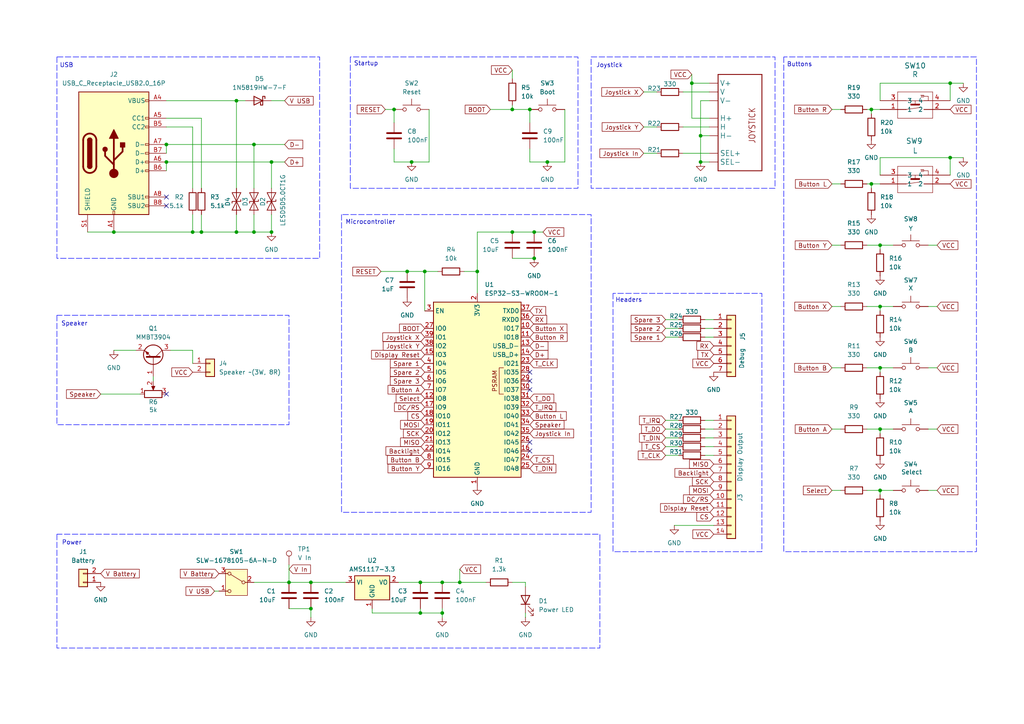
<source format=kicad_sch>
(kicad_sch (version 20250114) (generator "eeschema") (generator_version "9.0")
  (paper "A4")
  (text "Headers" (at 182.372 87.122 0) (effects (font (size 1.27 1.27))))
  (text "USB\n" (at 19.304 19.05 0) (effects (font (size 1.27 1.27))))
  (text "Microcontroller" (at 107.442 64.516 0) (effects (font (size 1.27 1.27))))
  (text "Power" (at 20.828 157.48 0) (effects (font (size 1.27 1.27))))
  (text "Startup" (at 106.172 18.542 0) (effects (font (size 1.27 1.27))))
  (text "Speaker\n" (at 21.59 93.98 0) (effects (font (size 1.27 1.27))))
  (text "Joystick\n" (at 176.784 19.05 0) (effects (font (size 1.27 1.27))))
  (text "Buttons" (at 231.902 18.796 0) (effects (font (size 1.27 1.27))))
  (junction (at 119.38 46.99))
  (junction (at 90.17 176.53))
  (junction (at 121.92 168.91))
  (junction (at 148.59 67.31))
  (junction (at 203.2 46.99))
  (junction (at 252.73 53.34))
  (junction (at 73.66 67.31))
  (junction (at 128.27 177.8))
  (junction (at 158.75 46.99))
  (junction (at 200.66 24.13))
  (junction (at 123.19 78.74))
  (junction (at 275.59 24.13))
  (junction (at 78.74 46.99))
  (junction (at 48.26 46.99))
  (junction (at 255.27 142.24))
  (junction (at 128.27 168.91))
  (junction (at 90.17 168.91))
  (junction (at 68.58 29.21))
  (junction (at 154.94 74.93))
  (junction (at 121.92 177.8))
  (junction (at 154.94 67.31))
  (junction (at 78.74 67.31))
  (junction (at 275.59 45.72))
  (junction (at 55.88 67.31))
  (junction (at 114.3 31.75))
  (junction (at 68.58 67.31))
  (junction (at 255.27 124.46))
  (junction (at 148.59 31.75))
  (junction (at 118.11 78.74))
  (junction (at 255.27 71.12))
  (junction (at 252.73 31.75))
  (junction (at 255.27 106.68))
  (junction (at 133.35 168.91))
  (junction (at 255.27 88.9))
  (junction (at 33.02 67.31))
  (junction (at 73.66 41.91))
  (junction (at 48.26 41.91))
  (junction (at 153.67 31.75))
  (junction (at 203.2 39.37))
  (junction (at 83.82 168.91))
  (junction (at 58.42 67.31))
  (junction (at 138.43 78.74))
  (no_connect (at 153.67 113.03))
  (no_connect (at 153.67 130.81))
  (no_connect (at 153.67 128.27))
  (no_connect (at 48.26 57.15))
  (no_connect (at 153.67 107.95))
  (no_connect (at 48.26 114.3))
  (no_connect (at 153.67 110.49))
  (no_connect (at 48.26 59.69))
  (wire (pts (xy 128.27 176.53) (xy 128.27 177.8)))
  (wire (pts (xy 271.78 106.68) (xy 269.24 106.68)))
  (wire (pts (xy 198.12 44.45) (xy 205.74 44.45)))
  (wire (pts (xy 48.26 46.99) (xy 48.26 49.53)))
  (wire (pts (xy 73.66 168.91) (xy 83.82 168.91)))
  (wire (pts (xy 198.12 26.67) (xy 205.74 26.67)))
  (wire (pts (xy 241.3 88.9) (xy 243.84 88.9)))
  (wire (pts (xy 114.3 43.18) (xy 114.3 46.99)))
  (wire (pts (xy 133.35 165.1) (xy 133.35 168.91)))
  (wire (pts (xy 251.46 106.68) (xy 255.27 106.68)))
  (wire (pts (xy 195.58 152.4) (xy 207.01 152.4)))
  (wire (pts (xy 152.4 168.91) (xy 152.4 170.18)))
  (wire (pts (xy 48.26 46.99) (xy 78.74 46.99)))
  (wire (pts (xy 241.3 106.68) (xy 243.84 106.68)))
  (wire (pts (xy 271.78 71.12) (xy 269.24 71.12)))
  (wire (pts (xy 204.47 97.79) (xy 207.01 97.79)))
  (wire (pts (xy 205.74 29.21) (xy 203.2 29.21)))
  (wire (pts (xy 29.21 114.3) (xy 40.64 114.3)))
  (wire (pts (xy 48.26 41.91) (xy 48.26 44.45)))
  (wire (pts (xy 252.73 54.61) (xy 252.73 53.34)))
  (wire (pts (xy 48.26 34.29) (xy 58.42 34.29)))
  (wire (pts (xy 68.58 29.21) (xy 71.12 29.21)))
  (wire (pts (xy 148.59 67.31) (xy 138.43 67.31)))
  (wire (pts (xy 33.02 67.31) (xy 55.88 67.31)))
  (wire (pts (xy 193.04 121.92) (xy 196.85 121.92)))
  (wire (pts (xy 251.46 71.12) (xy 255.27 71.12)))
  (wire (pts (xy 252.73 33.02) (xy 252.73 31.75)))
  (wire (pts (xy 271.78 88.9) (xy 269.24 88.9)))
  (wire (pts (xy 154.94 67.31) (xy 148.59 67.31)))
  (wire (pts (xy 203.2 39.37) (xy 203.2 46.99)))
  (wire (pts (xy 115.57 168.91) (xy 121.92 168.91)))
  (wire (pts (xy 204.47 121.92) (xy 207.01 121.92)))
  (wire (pts (xy 275.59 24.13) (xy 279.4 24.13)))
  (wire (pts (xy 251.46 124.46) (xy 255.27 124.46)))
  (wire (pts (xy 271.78 142.24) (xy 269.24 142.24)))
  (wire (pts (xy 55.88 101.6) (xy 55.88 105.41)))
  (wire (pts (xy 83.82 163.83) (xy 83.82 168.91)))
  (wire (pts (xy 251.46 88.9) (xy 255.27 88.9)))
  (wire (pts (xy 193.04 129.54) (xy 196.85 129.54)))
  (wire (pts (xy 205.74 39.37) (xy 203.2 39.37)))
  (wire (pts (xy 193.04 127) (xy 196.85 127)))
  (wire (pts (xy 62.23 171.45) (xy 63.5 171.45)))
  (wire (pts (xy 100.33 168.91) (xy 90.17 168.91)))
  (wire (pts (xy 124.46 46.99) (xy 124.46 31.75)))
  (wire (pts (xy 251.46 142.24) (xy 255.27 142.24)))
  (wire (pts (xy 68.58 67.31) (xy 73.66 67.31)))
  (wire (pts (xy 127 78.74) (xy 123.19 78.74)))
  (wire (pts (xy 275.59 45.72) (xy 255.27 45.72)))
  (wire (pts (xy 255.27 71.12) (xy 259.08 71.12)))
  (wire (pts (xy 68.58 62.23) (xy 68.58 67.31)))
  (wire (pts (xy 275.59 45.72) (xy 279.4 45.72)))
  (wire (pts (xy 73.66 67.31) (xy 73.66 62.23)))
  (wire (pts (xy 255.27 90.17) (xy 255.27 88.9)))
  (wire (pts (xy 58.42 67.31) (xy 55.88 67.31)))
  (wire (pts (xy 73.66 41.91) (xy 73.66 54.61)))
  (wire (pts (xy 204.47 92.71) (xy 207.01 92.71)))
  (wire (pts (xy 68.58 67.31) (xy 58.42 67.31)))
  (wire (pts (xy 114.3 35.56) (xy 114.3 31.75)))
  (wire (pts (xy 138.43 78.74) (xy 134.62 78.74)))
  (wire (pts (xy 193.04 95.25) (xy 196.85 95.25)))
  (wire (pts (xy 255.27 107.95) (xy 255.27 106.68)))
  (wire (pts (xy 78.74 46.99) (xy 78.74 54.61)))
  (wire (pts (xy 68.58 29.21) (xy 68.58 54.61)))
  (wire (pts (xy 48.26 29.21) (xy 68.58 29.21)))
  (wire (pts (xy 186.69 44.45) (xy 190.5 44.45)))
  (wire (pts (xy 186.69 36.83) (xy 190.5 36.83)))
  (wire (pts (xy 241.3 124.46) (xy 243.84 124.46)))
  (wire (pts (xy 148.59 74.93) (xy 154.94 74.93)))
  (wire (pts (xy 123.19 78.74) (xy 123.19 90.17)))
  (wire (pts (xy 204.47 132.08) (xy 207.01 132.08)))
  (wire (pts (xy 200.66 24.13) (xy 200.66 34.29)))
  (wire (pts (xy 252.73 31.75) (xy 255.27 31.75)))
  (wire (pts (xy 152.4 177.8) (xy 152.4 179.07)))
  (wire (pts (xy 205.74 34.29) (xy 200.66 34.29)))
  (wire (pts (xy 73.66 41.91) (xy 82.55 41.91)))
  (wire (pts (xy 39.37 101.6) (xy 33.02 101.6)))
  (wire (pts (xy 193.04 92.71) (xy 196.85 92.71)))
  (wire (pts (xy 251.46 53.34) (xy 252.73 53.34)))
  (wire (pts (xy 121.92 176.53) (xy 121.92 177.8)))
  (wire (pts (xy 193.04 97.79) (xy 196.85 97.79)))
  (wire (pts (xy 241.3 53.34) (xy 243.84 53.34)))
  (wire (pts (xy 49.53 101.6) (xy 55.88 101.6)))
  (wire (pts (xy 128.27 179.07) (xy 128.27 177.8)))
  (wire (pts (xy 114.3 46.99) (xy 119.38 46.99)))
  (wire (pts (xy 193.04 124.46) (xy 196.85 124.46)))
  (wire (pts (xy 163.83 46.99) (xy 163.83 31.75)))
  (wire (pts (xy 90.17 168.91) (xy 83.82 168.91)))
  (wire (pts (xy 142.24 31.75) (xy 148.59 31.75)))
  (wire (pts (xy 138.43 78.74) (xy 138.43 85.09)))
  (wire (pts (xy 193.04 132.08) (xy 196.85 132.08)))
  (wire (pts (xy 204.47 127) (xy 207.01 127)))
  (wire (pts (xy 255.27 45.72) (xy 255.27 50.8)))
  (wire (pts (xy 153.67 31.75) (xy 148.59 31.75)))
  (wire (pts (xy 255.27 24.13) (xy 255.27 29.21)))
  (wire (pts (xy 111.76 31.75) (xy 114.3 31.75)))
  (wire (pts (xy 255.27 143.51) (xy 255.27 142.24)))
  (wire (pts (xy 251.46 31.75) (xy 252.73 31.75)))
  (wire (pts (xy 204.47 95.25) (xy 207.01 95.25)))
  (wire (pts (xy 255.27 72.39) (xy 255.27 71.12)))
  (wire (pts (xy 157.48 67.31) (xy 154.94 67.31)))
  (wire (pts (xy 241.3 142.24) (xy 243.84 142.24)))
  (wire (pts (xy 241.3 71.12) (xy 243.84 71.12)))
  (wire (pts (xy 107.95 176.53) (xy 107.95 177.8)))
  (wire (pts (xy 121.92 168.91) (xy 128.27 168.91)))
  (wire (pts (xy 204.47 129.54) (xy 207.01 129.54)))
  (wire (pts (xy 255.27 124.46) (xy 259.08 124.46)))
  (wire (pts (xy 123.19 78.74) (xy 118.11 78.74)))
  (wire (pts (xy 158.75 46.99) (xy 163.83 46.99)))
  (wire (pts (xy 58.42 62.23) (xy 58.42 67.31)))
  (wire (pts (xy 252.73 53.34) (xy 255.27 53.34)))
  (wire (pts (xy 203.2 29.21) (xy 203.2 39.37)))
  (wire (pts (xy 255.27 88.9) (xy 259.08 88.9)))
  (wire (pts (xy 78.74 62.23) (xy 78.74 67.31)))
  (wire (pts (xy 255.27 125.73) (xy 255.27 124.46)))
  (wire (pts (xy 107.95 177.8) (xy 121.92 177.8)))
  (wire (pts (xy 203.2 46.99) (xy 205.74 46.99)))
  (wire (pts (xy 78.74 29.21) (xy 82.55 29.21)))
  (wire (pts (xy 110.49 78.74) (xy 118.11 78.74)))
  (wire (pts (xy 83.82 176.53) (xy 90.17 176.53)))
  (wire (pts (xy 204.47 124.46) (xy 207.01 124.46)))
  (wire (pts (xy 73.66 67.31) (xy 78.74 67.31)))
  (wire (pts (xy 58.42 34.29) (xy 58.42 54.61)))
  (wire (pts (xy 186.69 26.67) (xy 190.5 26.67)))
  (wire (pts (xy 200.66 24.13) (xy 205.74 24.13)))
  (wire (pts (xy 241.3 31.75) (xy 243.84 31.75)))
  (wire (pts (xy 153.67 35.56) (xy 153.67 31.75)))
  (wire (pts (xy 148.59 20.32) (xy 148.59 22.86)))
  (wire (pts (xy 138.43 67.31) (xy 138.43 78.74)))
  (wire (pts (xy 55.88 36.83) (xy 55.88 54.61)))
  (wire (pts (xy 48.26 36.83) (xy 55.88 36.83)))
  (wire (pts (xy 128.27 168.91) (xy 133.35 168.91)))
  (wire (pts (xy 133.35 168.91) (xy 140.97 168.91)))
  (wire (pts (xy 271.78 124.46) (xy 269.24 124.46)))
  (wire (pts (xy 275.59 24.13) (xy 255.27 24.13)))
  (wire (pts (xy 44.45 110.49) (xy 44.45 109.22)))
  (wire (pts (xy 200.66 21.59) (xy 200.66 24.13)))
  (wire (pts (xy 90.17 179.07) (xy 90.17 176.53)))
  (wire (pts (xy 119.38 46.99) (xy 124.46 46.99)))
  (wire (pts (xy 121.92 177.8) (xy 128.27 177.8)))
  (wire (pts (xy 198.12 36.83) (xy 205.74 36.83)))
  (wire (pts (xy 153.67 43.18) (xy 153.67 46.99)))
  (wire (pts (xy 148.59 31.75) (xy 148.59 30.48)))
  (wire (pts (xy 48.26 41.91) (xy 73.66 41.91)))
  (wire (pts (xy 55.88 62.23) (xy 55.88 67.31)))
  (wire (pts (xy 255.27 142.24) (xy 259.08 142.24)))
  (wire (pts (xy 275.59 29.21) (xy 275.59 24.13)))
  (wire (pts (xy 25.4 67.31) (xy 33.02 67.31)))
  (wire (pts (xy 255.27 106.68) (xy 259.08 106.68)))
  (wire (pts (xy 78.74 46.99) (xy 82.55 46.99)))
  (wire (pts (xy 275.59 50.8) (xy 275.59 45.72)))
  (wire (pts (xy 153.67 46.99) (xy 158.75 46.99)))
  (wire (pts (xy 148.59 168.91) (xy 152.4 168.91)))
  (global_label "Button X" (shape input) (at 153.67 95.25 0) (property "Intersheetrefs" "${INTERSHEET_REFS}" (effects (hide yes))))
  (global_label "Joystick Y" (shape input) (at 123.19 100.33 180) (property "Intersheetrefs" "${INTERSHEET_REFS}" (effects (hide yes))))
  (global_label "D-" (shape input) (at 153.67 100.33 0) (property "Intersheetrefs" "${INTERSHEET_REFS}" (effects (hide yes))))
  (global_label "T_CS" (shape input) (at 193.04 129.54 180) (property "Intersheetrefs" "${INTERSHEET_REFS}" (effects (hide yes))))
  (global_label "VCC" (shape input) (at 275.59 53.34 0) (property "Intersheetrefs" "${INTERSHEET_REFS}" (effects (hide yes))))
  (global_label "T_IRQ" (shape input) (at 153.67 118.11 0) (property "Intersheetrefs" "${INTERSHEET_REFS}" (effects (hide yes))))
  (global_label "T_DO" (shape input) (at 153.67 115.57 0) (property "Intersheetrefs" "${INTERSHEET_REFS}" (effects (hide yes))))
  (global_label "Button Y" (shape input) (at 123.19 135.89 180) (property "Intersheetrefs" "${INTERSHEET_REFS}" (effects (hide yes))))
  (global_label "Button Y" (shape input) (at 241.3 71.12 180) (property "Intersheetrefs" "${INTERSHEET_REFS}" (effects (hide yes))))
  (global_label "Button L" (shape input) (at 153.67 120.65 0) (property "Intersheetrefs" "${INTERSHEET_REFS}" (effects (hide yes))))
  (global_label "VCC" (shape input) (at 207.01 105.41 180) (property "Intersheetrefs" "${INTERSHEET_REFS}" (effects (hide yes))))
  (global_label "Spare 2" (shape input) (at 123.19 107.95 180) (property "Intersheetrefs" "${INTERSHEET_REFS}" (effects (hide yes))))
  (global_label "VCC" (shape input) (at 133.35 165.1 0) (property "Intersheetrefs" "${INTERSHEET_REFS}" (effects (hide yes))))
  (global_label "D-" (shape input) (at 82.55 41.91 0) (property "Intersheetrefs" "${INTERSHEET_REFS}" (effects (hide yes))))
  (global_label "Button R" (shape input) (at 241.3 31.75 180) (property "Intersheetrefs" "${INTERSHEET_REFS}" (effects (hide yes))))
  (global_label "D+" (shape input) (at 82.55 46.99 0) (property "Intersheetrefs" "${INTERSHEET_REFS}" (effects (hide yes))))
  (global_label "VCC" (shape input) (at 275.59 31.75 0) (property "Intersheetrefs" "${INTERSHEET_REFS}" (effects (hide yes))))
  (global_label "VCC" (shape input) (at 200.66 21.59 180) (property "Intersheetrefs" "${INTERSHEET_REFS}" (effects (hide yes))))
  (global_label "DC{slash}RS" (shape input) (at 123.19 118.11 180) (property "Intersheetrefs" "${INTERSHEET_REFS}" (effects (hide yes))))
  (global_label "Button B" (shape input) (at 241.3 106.68 180) (property "Intersheetrefs" "${INTERSHEET_REFS}" (effects (hide yes))))
  (global_label "RESET" (shape input) (at 111.76 31.75 180) (property "Intersheetrefs" "${INTERSHEET_REFS}" (effects (hide yes))))
  (global_label "VCC" (shape input) (at 271.78 88.9 0) (property "Intersheetrefs" "${INTERSHEET_REFS}" (effects (hide yes))))
  (global_label "VCC" (shape input) (at 271.78 106.68 0) (property "Intersheetrefs" "${INTERSHEET_REFS}" (effects (hide yes))))
  (global_label "Joystick In" (shape input) (at 153.67 125.73 0) (property "Intersheetrefs" "${INTERSHEET_REFS}" (effects (hide yes))))
  (global_label "Select" (shape input) (at 241.3 142.24 180) (property "Intersheetrefs" "${INTERSHEET_REFS}" (effects (hide yes))))
  (global_label "VCC" (shape input) (at 271.78 142.24 0) (property "Intersheetrefs" "${INTERSHEET_REFS}" (effects (hide yes))))
  (global_label "VCC" (shape input) (at 271.78 71.12 0) (property "Intersheetrefs" "${INTERSHEET_REFS}" (effects (hide yes))))
  (global_label "TX" (shape input) (at 153.67 90.17 0) (property "Intersheetrefs" "${INTERSHEET_REFS}" (effects (hide yes))))
  (global_label "Backlight" (shape input) (at 123.19 130.81 180) (property "Intersheetrefs" "${INTERSHEET_REFS}" (effects (hide yes))))
  (global_label "Button R" (shape input) (at 153.67 97.79 0) (property "Intersheetrefs" "${INTERSHEET_REFS}" (effects (hide yes))))
  (global_label "Display Reset" (shape input) (at 207.01 147.32 180) (property "Intersheetrefs" "${INTERSHEET_REFS}" (effects (hide yes))))
  (global_label "Button X" (shape input) (at 241.3 88.9 180) (property "Intersheetrefs" "${INTERSHEET_REFS}" (effects (hide yes))))
  (global_label "Joystick X" (shape input) (at 123.19 97.79 180) (property "Intersheetrefs" "${INTERSHEET_REFS}" (effects (hide yes))))
  (global_label "Joystick Y" (shape input) (at 186.69 36.83 180) (property "Intersheetrefs" "${INTERSHEET_REFS}" (effects (hide yes))))
  (global_label "T_CLK" (shape input) (at 153.67 105.41 0) (property "Intersheetrefs" "${INTERSHEET_REFS}" (effects (hide yes))))
  (global_label "Button B" (shape input) (at 123.19 133.35 180) (property "Intersheetrefs" "${INTERSHEET_REFS}" (effects (hide yes))))
  (global_label "V Battery" (shape input) (at 63.5 166.37 180) (property "Intersheetrefs" "${INTERSHEET_REFS}" (effects (hide yes))))
  (global_label "SCK" (shape input) (at 123.19 125.73 180) (property "Intersheetrefs" "${INTERSHEET_REFS}" (effects (hide yes))))
  (global_label "VCC" (shape input) (at 148.59 20.32 180) (property "Intersheetrefs" "${INTERSHEET_REFS}" (effects (hide yes))))
  (global_label "SCK" (shape input) (at 207.01 139.7 180) (property "Intersheetrefs" "${INTERSHEET_REFS}" (effects (hide yes))))
  (global_label "MISO" (shape input) (at 207.01 134.62 180) (property "Intersheetrefs" "${INTERSHEET_REFS}" (effects (hide yes))))
  (global_label "T_CS" (shape input) (at 153.67 133.35 0) (property "Intersheetrefs" "${INTERSHEET_REFS}" (effects (hide yes))))
  (global_label "VCC" (shape input) (at 55.88 107.95 180) (property "Intersheetrefs" "${INTERSHEET_REFS}" (effects (hide yes))))
  (global_label "T_DO" (shape input) (at 193.04 124.46 180) (property "Intersheetrefs" "${INTERSHEET_REFS}" (effects (hide yes))))
  (global_label "BOOT" (shape input) (at 142.24 31.75 180) (property "Intersheetrefs" "${INTERSHEET_REFS}" (effects (hide yes))))
  (global_label "Backlight" (shape input) (at 207.01 137.16 180) (property "Intersheetrefs" "${INTERSHEET_REFS}" (effects (hide yes))))
  (global_label "MISO" (shape input) (at 123.19 128.27 180) (property "Intersheetrefs" "${INTERSHEET_REFS}" (effects (hide yes))))
  (global_label "Speaker" (shape input) (at 29.21 114.3 180) (property "Intersheetrefs" "${INTERSHEET_REFS}" (effects (hide yes))))
  (global_label "T_IRQ" (shape input) (at 193.04 121.92 180) (property "Intersheetrefs" "${INTERSHEET_REFS}" (effects (hide yes))))
  (global_label "Joystick In" (shape input) (at 186.69 44.45 180) (property "Intersheetrefs" "${INTERSHEET_REFS}" (effects (hide yes))))
  (global_label "D+" (shape input) (at 153.67 102.87 0) (property "Intersheetrefs" "${INTERSHEET_REFS}" (effects (hide yes))))
  (global_label "RX" (shape input) (at 153.67 92.71 0) (property "Intersheetrefs" "${INTERSHEET_REFS}" (effects (hide yes))))
  (global_label "VCC" (shape input) (at 157.48 67.31 0) (property "Intersheetrefs" "${INTERSHEET_REFS}" (effects (hide yes))))
  (global_label "V USB" (shape input) (at 82.55 29.21 0) (property "Intersheetrefs" "${INTERSHEET_REFS}" (effects (hide yes))))
  (global_label "Select" (shape input) (at 123.19 115.57 180) (property "Intersheetrefs" "${INTERSHEET_REFS}" (effects (hide yes))))
  (global_label "CS" (shape input) (at 123.19 120.65 180) (property "Intersheetrefs" "${INTERSHEET_REFS}" (effects (hide yes))))
  (global_label "Spare 1" (shape input) (at 193.04 97.79 180) (property "Intersheetrefs" "${INTERSHEET_REFS}" (effects (hide yes))))
  (global_label "Spare 3" (shape input) (at 193.04 92.71 180) (property "Intersheetrefs" "${INTERSHEET_REFS}" (effects (hide yes))))
  (global_label "BOOT" (shape input) (at 123.19 95.25 180) (property "Intersheetrefs" "${INTERSHEET_REFS}" (effects (hide yes))))
  (global_label "Spare 1" (shape input) (at 123.19 105.41 180) (property "Intersheetrefs" "${INTERSHEET_REFS}" (effects (hide yes))))
  (global_label "CS" (shape input) (at 207.01 149.86 180) (property "Intersheetrefs" "${INTERSHEET_REFS}" (effects (hide yes))))
  (global_label "Button L" (shape input) (at 241.3 53.34 180) (property "Intersheetrefs" "${INTERSHEET_REFS}" (effects (hide yes))))
  (global_label "V Battery" (shape input) (at 29.21 166.37 0) (property "Intersheetrefs" "${INTERSHEET_REFS}" (effects (hide yes))))
  (global_label "V USB" (shape input) (at 62.23 171.45 180) (property "Intersheetrefs" "${INTERSHEET_REFS}" (effects (hide yes))))
  (global_label "VCC" (shape input) (at 207.01 154.94 180) (property "Intersheetrefs" "${INTERSHEET_REFS}" (effects (hide yes))))
  (global_label "Button A" (shape input) (at 123.19 113.03 180) (property "Intersheetrefs" "${INTERSHEET_REFS}" (effects (hide yes))))
  (global_label "Display Reset" (shape input) (at 123.19 102.87 180) (property "Intersheetrefs" "${INTERSHEET_REFS}" (effects (hide yes))))
  (global_label "T_CLK" (shape input) (at 193.04 132.08 180) (property "Intersheetrefs" "${INTERSHEET_REFS}" (effects (hide yes))))
  (global_label "Button A" (shape input) (at 241.3 124.46 180) (property "Intersheetrefs" "${INTERSHEET_REFS}" (effects (hide yes))))
  (global_label "Speaker" (shape input) (at 153.67 123.19 0) (property "Intersheetrefs" "${INTERSHEET_REFS}" (effects (hide yes))))
  (global_label "TX" (shape input) (at 207.01 102.87 180) (property "Intersheetrefs" "${INTERSHEET_REFS}" (effects (hide yes))))
  (global_label "T_DIN" (shape input) (at 193.04 127 180) (property "Intersheetrefs" "${INTERSHEET_REFS}" (effects (hide yes))))
  (global_label "DC{slash}RS" (shape input) (at 207.01 144.78 180) (property "Intersheetrefs" "${INTERSHEET_REFS}" (effects (hide yes))))
  (global_label "V In" (shape input) (at 83.82 165.1 0) (property "Intersheetrefs" "${INTERSHEET_REFS}" (effects (hide yes))))
  (global_label "RX" (shape input) (at 207.01 100.33 180) (property "Intersheetrefs" "${INTERSHEET_REFS}" (effects (hide yes))))
  (global_label "Spare 2" (shape input) (at 193.04 95.25 180) (property "Intersheetrefs" "${INTERSHEET_REFS}" (effects (hide yes))))
  (global_label "T_DIN" (shape input) (at 153.67 135.89 0) (property "Intersheetrefs" "${INTERSHEET_REFS}" (effects (hide yes))))
  (global_label "MOSI" (shape input) (at 123.19 123.19 180) (property "Intersheetrefs" "${INTERSHEET_REFS}" (effects (hide yes))))
  (global_label "RESET" (shape input) (at 110.49 78.74 180) (property "Intersheetrefs" "${INTERSHEET_REFS}" (effects (hide yes))))
  (global_label "MOSI" (shape input) (at 207.01 142.24 180) (property "Intersheetrefs" "${INTERSHEET_REFS}" (effects (hide yes))))
  (global_label "Spare 3" (shape input) (at 123.19 110.49 180) (property "Intersheetrefs" "${INTERSHEET_REFS}" (effects (hide yes))))
  (global_label "Joystick X" (shape input) (at 186.69 26.67 180) (property "Intersheetrefs" "${INTERSHEET_REFS}" (effects (hide yes))))
  (global_label "VCC" (shape input) (at 271.78 124.46 0) (property "Intersheetrefs" "${INTERSHEET_REFS}" (effects (hide yes))))
  (rule_area (polyline (pts (xy 227.33 16.51) (xy 227.33 160.02) (xy 283.21 160.02) (xy 283.21 16.51)) (stroke (width 0) (type dash) (color 0 0 255 1))))
  (rule_area (polyline (pts (xy 16.51 154.94) (xy 16.51 186.69) (xy 16.51 187.96) (xy 173.99 187.96) (xy 173.99 154.94)) (stroke (width 0) (type dash) (color 0 0 255 1))))
  (rule_area (polyline (pts (xy 16.51 91.44) (xy 16.51 123.19) (xy 83.82 123.19) (xy 83.82 91.44)) (stroke (width 0) (type dash) (color 0 0 255 1))))
  (rule_area (polyline (pts (xy 177.8 85.09) (xy 177.8 160.02) (xy 220.98 160.02) (xy 220.98 85.09)) (stroke (width 0) (type dash) (color 0 0 255 1))))
  (rule_area (polyline (pts (xy 99.06 62.23) (xy 99.06 148.59) (xy 171.45 148.59) (xy 171.45 62.23)) (stroke (width 0) (type dash) (color 0 0 255 1))))
  (rule_area (polyline (pts (xy 171.45 16.51) (xy 224.79 16.51) (xy 224.79 54.61) (xy 171.45 54.61)) (stroke (width 0) (type dash) (color 0 0 255 1))))
  (rule_area (polyline (pts (xy 101.6 16.51) (xy 101.6 54.61) (xy 167.64 54.61) (xy 167.64 16.51)) (stroke (width 0) (type dash) (color 0 0 255 1))))
  (rule_area (polyline (pts (xy 16.51 16.51) (xy 16.51 74.93) (xy 92.71 74.93) (xy 92.71 16.51)) (stroke (width 0) (type dash) (color 0 0 255 1))))
  (symbol (lib_id "Device:R") (at 58.42 58.42 0) (unit 1)
    (property "Reference" "R3" (at 60.96 57.1499 0) (effects (justify left)))
    (property "Value" "5.1k" (at 60.96 59.6899 0) (effects (justify left)))
    (property "Footprint" "Resistor_SMD:R_0603_1608Metric" (effects (hide yes)))
    (property "Description" "Resistor" (effects (hide yes)))
  )
  (symbol (lib_id "Device:R") (at 200.66 124.46 270) (mirror x) (unit 1)
    (property "Reference" "R28" (at 196.088 123.444 90))
    (property "Value" "330" (effects (hide yes)))
    (property "Footprint" "Resistor_SMD:R_0603_1608Metric" (effects (hide yes)))
    (property "Description" "Resistor" (effects (hide yes)))
  )
  (symbol (lib_id "power:GND") (at 90.17 179.07 0) (unit 1)
    (property "Reference" "#PWR01" (effects (hide yes)))
    (property "Value" "GND" (at 90.17 184.15 0))
    (property "Description" "Power symbol creates a global label with name \"GND\" , ground" (effects (hide yes)))
  )
  (symbol (lib_id "Switch:SW_Push") (at 264.16 71.12 0) (unit 1)
    (property "Reference" "SW8" (at 264.16 63.5 0))
    (property "Value" "Y" (at 264.16 66.294 0))
    (property "Footprint" "handheld:SW_B3F-1050_OMR" (effects (hide yes)))
    (property "Description" "Push button switch, generic, two pins" (effects (hide yes)))
  )
  (symbol (lib_id "Device:LED") (at 152.4 173.99 90) (unit 1)
    (property "Reference" "D1" (at 156.21 174.3074 90) (effects (justify right)))
    (property "Value" "Power LED" (at 156.21 176.8474 90) (effects (justify right)))
    (property "Footprint" "LED_SMD:LED_0603_1608Metric" (effects (hide yes)))
    (property "Datasheet" "https://jlcpcb.com/api/file/downloadByFileSystemAccessId/8588934870320500736" (effects (hide yes)))
    (property "Description" "Light emitting diode" (effects (hide yes)))
    (property "Sim.Pins" "1=K 2=A" (effects (hide yes)))
  )
  (symbol (lib_id "power:GND") (at 158.75 46.99 0) (unit 1)
    (property "Reference" "#PWR011" (effects (hide yes)))
    (property "Value" "GND" (at 158.75 52.07 0))
    (property "Description" "Power symbol creates a global label with name \"GND\" , ground" (effects (hide yes)))
  )
  (symbol (lib_id "power:GND") (at 154.94 74.93 0) (unit 1)
    (property "Reference" "#PWR05" (effects (hide yes)))
    (property "Value" "GND" (at 154.94 80.01 0))
    (property "Description" "Power symbol creates a global label with name \"GND\" , ground" (effects (hide yes)))
  )
  (symbol (lib_id "Device:C") (at 121.92 172.72 0) (mirror y) (unit 1)
    (property "Reference" "C3" (at 118.11 171.4499 0) (effects (justify left)))
    (property "Value" "10uF" (at 118.11 173.9899 0) (effects (justify left)))
    (property "Footprint" "Capacitor_SMD:C_0805_2012Metric" (effects (hide yes)))
    (property "Description" "Unpolarized capacitor" (effects (hide yes)))
  )
  (symbol (lib_id "Device:R") (at 144.78 168.91 90) (unit 1)
    (property "Reference" "R1" (at 144.78 162.56 90))
    (property "Value" "1.3k" (at 144.78 165.1 90))
    (property "Footprint" "Resistor_SMD:R_0603_1608Metric" (effects (hide yes)))
    (property "Description" "Resistor" (effects (hide yes)))
  )
  (symbol (lib_id "power:GND") (at 255.27 115.57 0) (unit 1)
    (property "Reference" "#PWR016" (effects (hide yes)))
    (property "Value" "GND" (at 255.27 120.65 0))
    (property "Description" "Power symbol creates a global label with name \"GND\" , ground" (effects (hide yes)))
  )
  (symbol (lib_id "Diode:1N5819") (at 74.93 29.21 0) (mirror y) (unit 1)
    (property "Reference" "D5" (at 75.2475 22.86 0))
    (property "Value" "1N5819HW-7-F" (at 75.2475 25.4 0))
    (property "Footprint" "Diode_SMD:D_SOD-123" (effects (hide yes)))
    (property "Datasheet" "https://jlcpcb.com/api/file/downloadByFileSystemAccessId/8560106692622254080" (effects (hide yes)))
    (property "Description" "40V 1A Schottky Barrier Rectifier Diode, DO-41" (effects (hide yes)))
  )
  (symbol (lib_id "Switch:SW_Push") (at 264.16 142.24 0) (unit 1)
    (property "Reference" "SW4" (at 264.16 134.62 0))
    (property "Value" "Select" (at 264.414 136.906 0))
    (property "Footprint" "handheld:SW_B3F-1050_OMR" (effects (hide yes)))
    (property "Description" "Push button switch, generic, two pins" (effects (hide yes)))
  )
  (symbol (lib_id "Device:C") (at 114.3 39.37 0) (unit 1)
    (property "Reference" "C8" (at 118.11 38.0999 0) (effects (justify left)))
    (property "Value" "100nF" (at 118.11 40.6399 0) (effects (justify left)))
    (property "Footprint" "Capacitor_SMD:C_0805_2012Metric" (effects (hide yes)))
    (property "Description" "Unpolarized capacitor" (effects (hide yes)))
  )
  (symbol (lib_id "Connector:TestPoint") (at 83.82 163.83 0) (unit 1)
    (property "Reference" "TP1" (at 86.36 159.2579 0) (effects (justify left)))
    (property "Value" "V In" (at 86.36 161.7979 0) (effects (justify left)))
    (property "Footprint" "handheld:Testpoint" (effects (hide yes)))
    (property "Description" "test point" (effects (hide yes)))
  )
  (symbol (lib_id "power:GND") (at 152.4 179.07 0) (unit 1)
    (property "Reference" "#PWR03" (effects (hide yes)))
    (property "Value" "GND" (at 152.4 184.15 0))
    (property "Description" "Power symbol creates a global label with name \"GND\" , ground" (effects (hide yes)))
  )
  (symbol (lib_id "Device:R") (at 247.65 88.9 270) (mirror x) (unit 1)
    (property "Reference" "R13" (at 247.65 82.55 90))
    (property "Value" "330" (at 247.65 85.09 90))
    (property "Footprint" "Resistor_SMD:R_0603_1608Metric" (effects (hide yes)))
    (property "Description" "Resistor" (effects (hide yes)))
  )
  (symbol (lib_id "Device:R_Potentiometer") (at 44.45 114.3 90) (unit 1)
    (property "Reference" "R6" (at 44.45 116.586 90))
    (property "Value" "5k" (at 44.45 118.872 90))
    (property "Footprint" "handheld:PTV09A-4015F-B104_BRN" (effects (hide yes)))
    (property "Description" "Potentiometer" (effects (hide yes)))
  )
  (symbol (lib_id "power:GND") (at 279.4 45.72 0) (unit 1)
    (property "Reference" "#PWR023" (effects (hide yes)))
    (property "Value" "GND" (at 279.4 50.8 0))
    (property "Description" "Power symbol creates a global label with name \"GND\" , ground" (effects (hide yes)))
  )
  (symbol (lib_id "Device:R") (at 252.73 36.83 0) (mirror y) (unit 1)
    (property "Reference" "R20" (at 255.27 35.5599 0) (effects (justify right)))
    (property "Value" "10k" (at 255.27 38.0999 0) (effects (justify right)))
    (property "Footprint" "Resistor_SMD:R_0603_1608Metric" (effects (hide yes)))
    (property "Description" "Resistor" (effects (hide yes)))
  )
  (symbol (lib_id "power:GND") (at 195.58 152.4 0) (unit 1)
    (property "Reference" "#PWR08" (effects (hide yes)))
    (property "Value" "GND" (at 195.58 157.48 0))
    (property "Description" "Power symbol creates a global label with name \"GND\" , ground" (effects (hide yes)))
  )
  (symbol (lib_id "Device:R") (at 247.65 124.46 270) (mirror x) (unit 1)
    (property "Reference" "R9" (at 247.65 118.11 90))
    (property "Value" "330" (at 247.65 120.65 90))
    (property "Footprint" "Resistor_SMD:R_0603_1608Metric" (effects (hide yes)))
    (property "Description" "Resistor" (effects (hide yes)))
  )
  (symbol (lib_id "Device:R") (at 200.66 92.71 270) (mirror x) (unit 1)
    (property "Reference" "R24" (at 196.088 91.694 90))
    (property "Value" "330" (at 200.66 90.424 90))
    (property "Footprint" "Resistor_SMD:R_0603_1608Metric" (effects (hide yes)))
    (property "Description" "Resistor" (effects (hide yes)))
  )
  (symbol (lib_id "Device:R") (at 194.31 36.83 270) (mirror x) (unit 1)
    (property "Reference" "R22" (at 189.738 35.814 90))
    (property "Value" "330" (effects (hide yes)))
    (property "Footprint" "Resistor_SMD:R_0603_1608Metric" (effects (hide yes)))
    (property "Description" "Resistor" (effects (hide yes)))
  )
  (symbol (lib_id "Device:R") (at 255.27 111.76 0) (mirror y) (unit 1)
    (property "Reference" "R12" (at 257.81 110.4899 0) (effects (justify right)))
    (property "Value" "10k" (at 257.81 113.0299 0) (effects (justify right)))
    (property "Footprint" "Resistor_SMD:R_0603_1608Metric" (effects (hide yes)))
    (property "Description" "Resistor" (effects (hide yes)))
  )
  (symbol (lib_id "Device:R") (at 252.73 58.42 0) (mirror y) (unit 1)
    (property "Reference" "R18" (at 255.27 57.1499 0) (effects (justify right)))
    (property "Value" "10k" (at 255.27 59.6899 0) (effects (justify right)))
    (property "Footprint" "Resistor_SMD:R_0603_1608Metric" (effects (hide yes)))
    (property "Description" "Resistor" (effects (hide yes)))
  )
  (symbol (lib_id "Device:R") (at 255.27 129.54 0) (mirror y) (unit 1)
    (property "Reference" "R10" (at 257.81 128.2699 0) (effects (justify right)))
    (property "Value" "10k" (at 257.81 130.8099 0) (effects (justify right)))
    (property "Footprint" "Resistor_SMD:R_0603_1608Metric" (effects (hide yes)))
    (property "Description" "Resistor" (effects (hide yes)))
  )
  (symbol (lib_id "Switch:SW_Push") (at 119.38 31.75 0) (unit 1)
    (property "Reference" "SW2" (at 119.38 24.13 0))
    (property "Value" "Reset" (at 119.38 26.67 0))
    (property "Footprint" "handheld:SW_B3F-1050_OMR" (effects (hide yes)))
    (property "Description" "Push button switch, generic, two pins" (effects (hide yes)))
  )
  (symbol (lib_id "Diode:ESD131-B1-W0201") (at 68.58 58.42 270) (mirror x) (unit 1)
    (property "Reference" "D4" (at 66.04 57.1499 0) (effects (justify right)))
    (property "Value" "LESD5D5.0CT1G" (effects (hide yes)))
    (property "Footprint" "Diode_SMD:D_SOD-523" (effects (hide yes)))
    (property "Datasheet" "https://jlcpcb.com/api/file/downloadByFileSystemAccessId/8589835685894533120" (effects (hide yes)))
    (property "Description" "Bidirectional ESD protection diode, ±5.5Vrwm, 0.23pF, SG-WLL-2-3" (effects (hide yes)))
  )
  (symbol (lib_id "RF_Module:ESP32-S3-WROOM-1") (at 138.43 113.03 0) (unit 1)
    (property "Reference" "U1" (at 140.5733 82.55 0) (effects (justify left)))
    (property "Value" "ESP32-S3-WROOM-1" (at 140.5733 85.09 0) (effects (justify left)))
    (property "Footprint" "RF_Module:ESP32-S3-WROOM-1" (effects (hide yes)))
    (property "Datasheet" "https://www.espressif.com/sites/default/files/documentation/esp32-s3-wroom-1_wroom-1u_datasheet_en.pdf" (effects (hide yes)))
    (property "Description" "RF Module, ESP32-S3 SoC, Wi-Fi 802.11b/g/n, Bluetooth, BLE, 32-bit, 3.3V, onboard antenna, SMD" (effects (hide yes)))
  )
  (symbol (lib_id "Device:R") (at 247.65 142.24 270) (mirror x) (unit 1)
    (property "Reference" "R7" (at 247.65 135.89 90))
    (property "Value" "330" (at 247.65 138.43 90))
    (property "Footprint" "Resistor_SMD:R_0603_1608Metric" (effects (hide yes)))
    (property "Description" "Resistor" (effects (hide yes)))
  )
  (symbol (lib_id "Device:R") (at 247.65 53.34 270) (mirror x) (unit 1)
    (property "Reference" "R17" (at 247.65 46.99 90))
    (property "Value" "330" (at 247.65 49.53 90))
    (property "Footprint" "Resistor_SMD:R_0603_1608Metric" (effects (hide yes)))
    (property "Description" "Resistor" (effects (hide yes)))
  )
  (symbol (lib_id "Device:R") (at 200.66 95.25 270) (mirror x) (unit 1)
    (property "Reference" "R25" (at 196.088 94.234 90))
    (property "Value" "330" (effects (hide yes)))
    (property "Footprint" "Resistor_SMD:R_0603_1608Metric" (effects (hide yes)))
    (property "Description" "Resistor" (effects (hide yes)))
  )
  (symbol (lib_id "power:GND") (at 255.27 151.13 0) (unit 1)
    (property "Reference" "#PWR013" (effects (hide yes)))
    (property "Value" "GND" (at 255.27 156.21 0))
    (property "Description" "Power symbol creates a global label with name \"GND\" , ground" (effects (hide yes)))
  )
  (symbol (lib_id "power:GND") (at 255.27 97.79 0) (unit 1)
    (property "Reference" "#PWR017" (effects (hide yes)))
    (property "Value" "GND" (at 255.27 102.87 0))
    (property "Description" "Power symbol creates a global label with name \"GND\" , ground" (effects (hide yes)))
  )
  (symbol (lib_id "Device:R") (at 255.27 147.32 0) (mirror y) (unit 1)
    (property "Reference" "R8" (at 257.81 146.0499 0) (effects (justify right)))
    (property "Value" "10k" (at 257.81 148.5899 0) (effects (justify right)))
    (property "Footprint" "Resistor_SMD:R_0603_1608Metric" (effects (hide yes)))
    (property "Description" "Resistor" (effects (hide yes)))
  )
  (symbol (lib_id "Connector_Generic:Conn_01x14") (at 212.09 137.16 0) (unit 1)
    (property "Reference" "J3" (at 214.63 145.542 90) (effects (justify left)))
    (property "Value" "Display Output" (at 214.63 139.6999 90) (effects (justify left)))
    (property "Footprint" "Connector_PinHeader_2.54mm:PinHeader_1x14_P2.54mm_Horizontal" (effects (hide yes)))
    (property "Description" "Generic connector, single row, 01x14, script generated (kicad-library-utils/schlib/autogen/connector/)" (effects (hide yes)))
  )
  (symbol (lib_id "Device:C") (at 118.11 82.55 0) (mirror y) (unit 1)
    (property "Reference" "C7" (at 114.3 81.2799 0) (effects (justify left)))
    (property "Value" "1uF" (at 114.3 83.8199 0) (effects (justify left)))
    (property "Footprint" "Capacitor_SMD:C_0805_2012Metric" (effects (hide yes)))
    (property "Description" "Unpolarized capacitor" (effects (hide yes)))
  )
  (symbol (lib_id "Switch:SW_Push") (at 264.16 124.46 0) (unit 1)
    (property "Reference" "SW5" (at 264.16 116.84 0))
    (property "Value" "A" (at 264.16 119.126 0))
    (property "Footprint" "handheld:SW_B3F-1050_OMR" (effects (hide yes)))
    (property "Description" "Push button switch, generic, two pins" (effects (hide yes)))
  )
  (symbol (lib_id "Device:R") (at 200.66 121.92 270) (mirror x) (unit 1)
    (property "Reference" "R27" (at 196.088 120.904 90))
    (property "Value" "330" (at 200.66 119.634 90))
    (property "Footprint" "Resistor_SMD:R_0603_1608Metric" (effects (hide yes)))
    (property "Description" "Resistor" (effects (hide yes)))
  )
  (symbol (lib_id "Diode:ESD131-B1-W0201") (at 78.74 58.42 270) (mirror x) (unit 1)
    (property "Reference" "D2" (at 76.2 57.1499 0) (effects (justify right)))
    (property "Value" "LESD5D5.0CT1G" (at 82.042 50.546 0) (effects (justify right)))
    (property "Footprint" "Diode_SMD:D_SOD-523" (effects (hide yes)))
    (property "Datasheet" "https://jlcpcb.com/api/file/downloadByFileSystemAccessId/8589835685894533120" (effects (hide yes)))
    (property "Description" "Bidirectional ESD protection diode, ±5.5Vrwm, 0.23pF, SG-WLL-2-3" (effects (hide yes)))
  )
  (symbol (lib_id "Device:R") (at 247.65 106.68 270) (mirror x) (unit 1)
    (property "Reference" "R11" (at 247.65 100.33 90))
    (property "Value" "330" (at 247.65 102.87 90))
    (property "Footprint" "Resistor_SMD:R_0603_1608Metric" (effects (hide yes)))
    (property "Description" "Resistor" (effects (hide yes)))
  )
  (symbol (lib_id "Switch:SW_Push") (at 264.16 88.9 0) (unit 1)
    (property "Reference" "SW7" (at 264.16 81.28 0))
    (property "Value" "X" (at 264.16 83.566 0))
    (property "Footprint" "handheld:SW_B3F-1050_OMR" (effects (hide yes)))
    (property "Description" "Push button switch, generic, two pins" (effects (hide yes)))
  )
  (symbol (lib_id "Device:R") (at 148.59 26.67 0) (mirror y) (unit 1)
    (property "Reference" "R5" (at 151.13 25.3999 0) (effects (justify right)))
    (property "Value" "10k" (at 151.13 27.9399 0) (effects (justify right)))
    (property "Footprint" "Resistor_SMD:R_0603_1608Metric" (effects (hide yes)))
    (property "Description" "Resistor" (effects (hide yes)))
  )
  (symbol (lib_id "handheld_symbols:JOYSTICKPTH") (at 215.9 34.29 0) (unit 1)
    (property "Reference" "U3" (effects (hide yes)))
    (property "Value" "Joystick Mount" (effects (hide yes)))
    (property "Footprint" "handheld:JOYSTICK" (effects (hide yes)))
    (property "Description" "Thumb Joystick Joystick commonly found in PS2 controllers. Two pots and a select switch. Adapted from Sparkfun Library (but for more common 6mm switch sticks)" (effects (hide yes)))
  )
  (symbol (lib_id "Connector_Generic:Conn_01x02") (at 60.96 105.41 0) (unit 1)
    (property "Reference" "J4" (at 63.5 105.4099 0) (effects (justify left)))
    (property "Value" "Speaker ~(3W, 8R)" (at 63.5 107.9499 0) (effects (justify left)))
    (property "Footprint" "handheld:CONN_S2B-PH-K-S_JST" (effects (hide yes)))
    (property "Description" "Generic connector, single row, 01x02, script generated (kicad-library-utils/schlib/autogen/connector/)" (effects (hide yes)))
  )
  (symbol (lib_id "Transistor_BJT:MMBT3904") (at 44.45 104.14 270) (mirror x) (unit 1)
    (property "Reference" "Q1" (at 44.45 95.25 90))
    (property "Value" "MMBT3904" (at 44.45 97.79 90))
    (property "Footprint" "Package_TO_SOT_SMD:SOT-23" (effects (hide yes)))
    (property "Datasheet" "https://www.onsemi.com/pdf/datasheet/pzt3904-d.pdf" (effects (hide yes)))
    (property "Description" "0.2A Ic, 40V Vce, Small Signal NPN Transistor, SOT-23" (effects (hide yes)))
  )
  (symbol (lib_id "power:GND") (at 128.27 179.07 0) (unit 1)
    (property "Reference" "#PWR02" (effects (hide yes)))
    (property "Value" "GND" (at 128.27 184.15 0))
    (property "Description" "Power symbol creates a global label with name \"GND\" , ground" (effects (hide yes)))
  )
  (symbol (lib_id "Device:C") (at 128.27 172.72 0) (unit 1)
    (property "Reference" "C4" (at 132.08 171.4499 0) (effects (justify left)))
    (property "Value" "100nF" (at 132.08 173.9899 0) (effects (justify left)))
    (property "Footprint" "Capacitor_SMD:C_0805_2012Metric" (effects (hide yes)))
    (property "Description" "Unpolarized capacitor" (effects (hide yes)))
  )
  (symbol (lib_id "Device:R") (at 247.65 71.12 270) (mirror x) (unit 1)
    (property "Reference" "R15" (at 247.65 64.77 90))
    (property "Value" "330" (at 247.65 67.31 90))
    (property "Footprint" "Resistor_SMD:R_0603_1608Metric" (effects (hide yes)))
    (property "Description" "Resistor" (effects (hide yes)))
  )
  (symbol (lib_name "B3F-3152_1") (lib_id "handheld_symbols:B3F-3152") (at 245.11 31.75 0) (unit 1)
    (property "Reference" "SW10" (at 265.43 19.05 0) (effects (font (size 1.524 1.524))))
    (property "Value" "R" (at 265.43 21.59 0) (effects (font (size 1.524 1.524))))
    (property "Footprint" "handheld:SW_B3F-3150_OMR" (effects (hide yes)))
    (property "Datasheet" "B3F-3152" (effects (hide yes)))
  )
  (symbol (lib_id "power:GND") (at 118.11 86.36 0) (unit 1)
    (property "Reference" "#PWR09" (effects (hide yes)))
    (property "Value" "GND" (at 118.11 91.44 0))
    (property "Description" "Power symbol creates a global label with name \"GND\" , ground" (effects (hide yes)))
  )
  (symbol (lib_id "Device:C") (at 154.94 71.12 0) (unit 1)
    (property "Reference" "C6" (at 158.75 69.8499 0) (effects (justify left)))
    (property "Value" "100nF" (at 158.75 72.3899 0) (effects (justify left)))
    (property "Footprint" "Capacitor_SMD:C_0805_2012Metric" (effects (hide yes)))
    (property "Description" "Unpolarized capacitor" (effects (hide yes)))
  )
  (symbol (lib_id "Device:R") (at 255.27 76.2 0) (mirror y) (unit 1)
    (property "Reference" "R16" (at 257.81 74.9299 0) (effects (justify right)))
    (property "Value" "10k" (at 257.81 77.4699 0) (effects (justify right)))
    (property "Footprint" "Resistor_SMD:R_0603_1608Metric" (effects (hide yes)))
    (property "Description" "Resistor" (effects (hide yes)))
  )
  (symbol (lib_id "Device:C") (at 148.59 71.12 0) (mirror y) (unit 1)
    (property "Reference" "C5" (at 144.78 69.8499 0) (effects (justify left)))
    (property "Value" "10uF" (at 144.78 72.3899 0) (effects (justify left)))
    (property "Footprint" "Capacitor_SMD:C_0805_2012Metric" (effects (hide yes)))
    (property "Description" "Unpolarized capacitor" (effects (hide yes)))
  )
  (symbol (lib_id "Device:R") (at 200.66 129.54 270) (mirror x) (unit 1)
    (property "Reference" "R30" (at 196.088 128.524 90))
    (property "Value" "330" (effects (hide yes)))
    (property "Footprint" "Resistor_SMD:R_0603_1608Metric" (effects (hide yes)))
    (property "Description" "Resistor" (effects (hide yes)))
  )
  (symbol (lib_id "Connector_Generic:Conn_01x07") (at 212.09 100.33 0) (unit 1)
    (property "Reference" "J5" (at 215.392 98.806 90) (effects (justify left)))
    (property "Value" "Debug" (at 215.138 106.934 90) (effects (justify left)))
    (property "Footprint" "Connector_PinHeader_2.54mm:PinHeader_1x07_P2.54mm_Vertical" (effects (hide yes)))
    (property "Description" "Generic connector, single row, 01x07, script generated (kicad-library-utils/schlib/autogen/connector/)" (effects (hide yes)))
  )
  (symbol (lib_id "power:GND") (at 203.2 46.99 0) (unit 1)
    (property "Reference" "#PWR021" (effects (hide yes)))
    (property "Value" "GND" (at 203.2 52.07 0))
    (property "Description" "Power symbol creates a global label with name \"GND\" , ground" (effects (hide yes)))
  )
  (symbol (lib_id "Regulator_Linear:AMS1117-3.3") (at 107.95 168.91 0) (unit 1)
    (property "Reference" "U2" (at 107.95 162.56 0))
    (property "Value" "AMS1117-3.3" (at 107.95 165.1 0))
    (property "Footprint" "Package_TO_SOT_SMD:SOT-223-3_TabPin2" (effects (hide yes)))
    (property "Datasheet" "http://www.advanced-monolithic.com/pdf/ds1117.pdf" (effects (hide yes)))
    (property "Description" "1A Low Dropout regulator, positive, 3.3V fixed output, SOT-223" (effects (hide yes)))
  )
  (symbol (lib_id "power:GND") (at 33.02 101.6 0) (unit 1)
    (property "Reference" "#PWR012" (effects (hide yes)))
    (property "Value" "GND" (at 33.02 106.68 0))
    (property "Description" "Power symbol creates a global label with name \"GND\" , ground" (effects (hide yes)))
  )
  (symbol (lib_id "Switch:SW_Push") (at 264.16 106.68 0) (unit 1)
    (property "Reference" "SW6" (at 264.16 99.06 0))
    (property "Value" "B" (at 264.16 101.6 0))
    (property "Footprint" "handheld:SW_B3F-1050_OMR" (effects (hide yes)))
    (property "Description" "Push button switch, generic, two pins" (effects (hide yes)))
  )
  (symbol (lib_id "Device:C") (at 83.82 172.72 0) (mirror y) (unit 1)
    (property "Reference" "C1" (at 80.01 171.4499 0) (effects (justify left)))
    (property "Value" "10uF" (at 80.01 173.9899 0) (effects (justify left)))
    (property "Footprint" "Capacitor_SMD:C_0805_2012Metric" (effects (hide yes)))
    (property "Description" "Unpolarized capacitor" (effects (hide yes)))
  )
  (symbol (lib_id "Switch:SW_Push") (at 158.75 31.75 0) (unit 1)
    (property "Reference" "SW3" (at 158.75 24.13 0))
    (property "Value" "Boot" (at 158.75 26.67 0))
    (property "Footprint" "handheld:SW_B3F-1050_OMR" (effects (hide yes)))
    (property "Description" "Push button switch, generic, two pins" (effects (hide yes)))
  )
  (symbol (lib_id "Device:R") (at 200.66 127 270) (mirror x) (unit 1)
    (property "Reference" "R29" (at 196.088 125.984 90))
    (property "Value" "330" (effects (hide yes)))
    (property "Footprint" "Resistor_SMD:R_0603_1608Metric" (effects (hide yes)))
    (property "Description" "Resistor" (effects (hide yes)))
  )
  (symbol (lib_id "power:GND") (at 138.43 140.97 0) (unit 1)
    (property "Reference" "#PWR07" (effects (hide yes)))
    (property "Value" "GND" (at 138.43 146.05 0))
    (property "Description" "Power symbol creates a global label with name \"GND\" , ground" (effects (hide yes)))
  )
  (symbol (lib_id "power:GND") (at 78.74 67.31 0) (unit 1)
    (property "Reference" "#PWR04" (effects (hide yes)))
    (property "Value" "GND" (at 78.74 72.39 0))
    (property "Description" "Power symbol creates a global label with name \"GND\" , ground" (effects (hide yes)))
  )
  (symbol (lib_id "Switch:SW_Nidec_CAS-120A1") (at 68.58 168.91 0) (mirror y) (unit 1)
    (property "Reference" "SW1" (at 68.58 160.02 0))
    (property "Value" "SLW-1678105-6A-N-D" (at 68.58 162.56 0))
    (property "Footprint" "handheld:SW_SLW-1678105-6A-N-D" (effects (hide yes)))
    (property "Datasheet" "https://www.sameskydevices.com/product/resource/slw-1678105-6a-n-d.pdf" (effects (hide yes)))
    (property "Description" "Switch, single pole double throw" (effects (hide yes)))
  )
  (symbol (lib_id "Device:R") (at 200.66 132.08 270) (mirror x) (unit 1)
    (property "Reference" "R31" (at 196.088 131.064 90))
    (property "Value" "330" (effects (hide yes)))
    (property "Footprint" "Resistor_SMD:R_0603_1608Metric" (effects (hide yes)))
    (property "Description" "Resistor" (effects (hide yes)))
  )
  (symbol (lib_id "Device:R") (at 194.31 26.67 270) (mirror x) (unit 1)
    (property "Reference" "R23" (at 189.738 25.654 90))
    (property "Value" "330" (at 194.31 24.384 90))
    (property "Footprint" "Resistor_SMD:R_0603_1608Metric" (effects (hide yes)))
    (property "Description" "Resistor" (effects (hide yes)))
  )
  (symbol (lib_id "Connector:USB_C_Receptacle_USB2.0_16P") (at 33.02 44.45 0) (unit 1)
    (property "Reference" "J2" (at 33.02 21.59 0))
    (property "Value" "USB_C_Receptacle_USB2.0_16P" (at 33.02 24.13 0))
    (property "Footprint" "handheld:USB-SMD_USB-TYPE-C-020" (effects (hide yes)))
    (property "Datasheet" "https://www.lcsc.com/datasheet/C2927040.pdf" (effects (hide yes)))
    (property "Description" "USB 2.0-only 16P Type-C Receptacle connector" (effects (hide yes)))
  )
  (symbol (lib_id "Device:R") (at 200.66 97.79 270) (mirror x) (unit 1)
    (property "Reference" "R26" (at 196.088 96.774 90))
    (property "Value" "330" (effects (hide yes)))
    (property "Footprint" "Resistor_SMD:R_0603_1608Metric" (effects (hide yes)))
    (property "Description" "Resistor" (effects (hide yes)))
  )
  (symbol (lib_id "power:GND") (at 252.73 62.23 0) (unit 1)
    (property "Reference" "#PWR019" (effects (hide yes)))
    (property "Value" "GND" (at 252.73 67.31 0))
    (property "Description" "Power symbol creates a global label with name \"GND\" , ground" (effects (hide yes)))
  )
  (symbol (lib_id "Device:C") (at 90.17 172.72 0) (unit 1)
    (property "Reference" "C2" (at 93.98 171.4499 0) (effects (justify left)))
    (property "Value" "100nF" (at 93.98 173.9899 0) (effects (justify left)))
    (property "Footprint" "Capacitor_SMD:C_0805_2012Metric" (effects (hide yes)))
    (property "Description" "Unpolarized capacitor" (effects (hide yes)))
  )
  (symbol (lib_id "Device:R") (at 55.88 58.42 0) (mirror y) (unit 1)
    (property "Reference" "R2" (at 53.34 57.1499 0) (effects (justify left)))
    (property "Value" "5.1k" (at 53.34 59.6899 0) (effects (justify left)))
    (property "Footprint" "Resistor_SMD:R_0603_1608Metric" (effects (hide yes)))
    (property "Description" "Resistor" (effects (hide yes)))
  )
  (symbol (lib_id "Connector_Generic:Conn_01x02") (at 24.13 168.91 180) (unit 1)
    (property "Reference" "J1" (at 24.13 160.02 0))
    (property "Value" "Battery" (at 24.13 162.56 0))
    (property "Footprint" "handheld:CONN_S2B-PH-K-S_JST" (effects (hide yes)))
    (property "Description" "Generic connector, single row, 01x02, script generated (kicad-library-utils/schlib/autogen/connector/)" (effects (hide yes)))
  )
  (symbol (lib_id "Device:C") (at 153.67 39.37 0) (unit 1)
    (property "Reference" "C9" (at 157.48 38.0999 0) (effects (justify left)))
    (property "Value" "100nF" (at 157.48 40.6399 0) (effects (justify left)))
    (property "Footprint" "Capacitor_SMD:C_0805_2012Metric" (effects (hide yes)))
    (property "Description" "Unpolarized capacitor" (effects (hide yes)))
  )
  (symbol (lib_id "Device:R") (at 130.81 78.74 90) (unit 1)
    (property "Reference" "R4" (at 130.81 72.39 90))
    (property "Value" "10k" (at 130.81 74.93 90))
    (property "Footprint" "Resistor_SMD:R_0603_1608Metric" (effects (hide yes)))
    (property "Description" "Resistor" (effects (hide yes)))
  )
  (symbol (lib_id "Device:R") (at 194.31 44.45 270) (mirror x) (unit 1)
    (property "Reference" "R21" (at 189.738 43.434 90))
    (property "Value" "330" (effects (hide yes)))
    (property "Footprint" "Resistor_SMD:R_0603_1608Metric" (effects (hide yes)))
    (property "Description" "Resistor" (effects (hide yes)))
  )
  (symbol (lib_id "Diode:ESD131-B1-W0201") (at 73.66 58.42 270) (mirror x) (unit 1)
    (property "Reference" "D3" (at 71.12 57.1499 0) (effects (justify right)))
    (property "Value" "LESD5D5.0CT1G" (effects (hide yes)))
    (property "Footprint" "Diode_SMD:D_SOD-523" (effects (hide yes)))
    (property "Datasheet" "https://jlcpcb.com/api/file/downloadByFileSystemAccessId/8589835685894533120" (effects (hide yes)))
    (property "Description" "Bidirectional ESD protection diode, ±5.5Vrwm, 0.23pF, SG-WLL-2-3" (effects (hide yes)))
  )
  (symbol (lib_id "power:GND") (at 279.4 24.13 0) (unit 1)
    (property "Reference" "#PWR022" (effects (hide yes)))
    (property "Value" "GND" (at 279.4 29.21 0))
    (property "Description" "Power symbol creates a global label with name \"GND\" , ground" (effects (hide yes)))
  )
  (symbol (lib_id "Device:R") (at 255.27 93.98 0) (mirror y) (unit 1)
    (property "Reference" "R14" (at 257.81 92.7099 0) (effects (justify right)))
    (property "Value" "10k" (at 257.81 95.2499 0) (effects (justify right)))
    (property "Footprint" "Resistor_SMD:R_0603_1608Metric" (effects (hide yes)))
    (property "Description" "Resistor" (effects (hide yes)))
  )
  (symbol (lib_id "power:GND") (at 255.27 133.35 0) (unit 1)
    (property "Reference" "#PWR015" (effects (hide yes)))
    (property "Value" "GND" (at 255.27 138.43 0))
    (property "Description" "Power symbol creates a global label with name \"GND\" , ground" (effects (hide yes)))
  )
  (symbol (lib_id "power:GND") (at 29.21 168.91 0) (unit 1)
    (property "Reference" "#PWR06" (effects (hide yes)))
    (property "Value" "GND" (at 29.21 173.99 0))
    (property "Description" "Power symbol creates a global label with name \"GND\" , ground" (effects (hide yes)))
  )
  (symbol (lib_id "power:GND") (at 252.73 40.64 0) (unit 1)
    (property "Reference" "#PWR020" (effects (hide yes)))
    (property "Value" "GND" (at 252.73 45.72 0))
    (property "Description" "Power symbol creates a global label with name \"GND\" , ground" (effects (hide yes)))
  )
  (symbol (lib_id "power:GND") (at 119.38 46.99 0) (unit 1)
    (property "Reference" "#PWR010" (effects (hide yes)))
    (property "Value" "GND" (at 119.38 52.07 0))
    (property "Description" "Power symbol creates a global label with name \"GND\" , ground" (effects (hide yes)))
  )
  (symbol (lib_id "power:GND") (at 255.27 80.01 0) (unit 1)
    (property "Reference" "#PWR018" (effects (hide yes)))
    (property "Value" "GND" (at 255.27 85.09 0))
    (property "Description" "Power symbol creates a global label with name \"GND\" , ground" (effects (hide yes)))
  )
  (symbol (lib_id "power:GND") (at 207.01 107.95 0) (unit 1)
    (property "Reference" "#PWR014" (effects (hide yes)))
    (property "Value" "GND" (at 207.01 113.03 0))
    (property "Description" "Power symbol creates a global label with name \"GND\" , ground" (effects (hide yes)))
  )
  (symbol (lib_name "B3F-3152_1") (lib_id "handheld_symbols:B3F-3152") (at 245.11 53.34 0) (unit 1)
    (property "Reference" "SW9" (at 265.176 40.894 0) (effects (font (size 1.524 1.524))))
    (property "Value" "L" (at 265.43 43.688 0) (effects (font (size 1.524 1.524))))
    (property "Footprint" "handheld:SW_B3F-3150_OMR" (effects (hide yes)))
    (property "Datasheet" "B3F-3152" (effects (hide yes)))
  )
  (symbol (lib_id "Device:R") (at 247.65 31.75 270) (mirror x) (unit 1)
    (property "Reference" "R19" (at 247.65 25.4 90))
    (property "Value" "330" (at 247.65 27.94 90))
    (property "Footprint" "Resistor_SMD:R_0603_1608Metric" (effects (hide yes)))
    (property "Description" "Resistor" (effects (hide yes)))
  )
)
</source>
